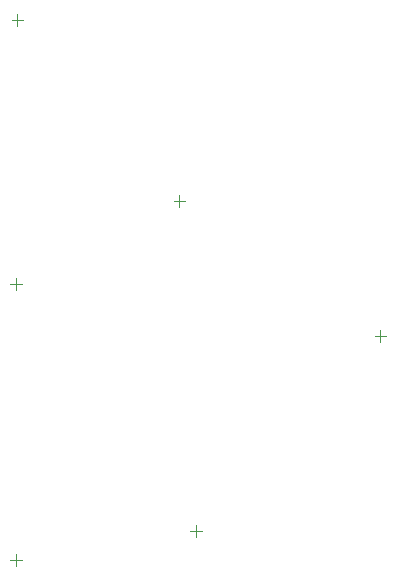
<source format=gbr>
%TF.GenerationSoftware,Altium Limited,Altium Designer,23.3.1 (30)*%
G04 Layer_Color=0*
%FSLAX26Y26*%
%MOIN*%
%TF.SameCoordinates,8F501EFE-F143-482A-9327-88418F9FCBED*%
%TF.FilePolarity,Positive*%
%TF.FileFunction,Other,Top_Component_Center*%
%TF.Part,Single*%
G01*
G75*
%TA.AperFunction,NonConductor*%
%ADD58C,0.003937*%
D58*
X2670315Y1575000D02*
X2709685D01*
X2690000Y1555315D02*
Y1594685D01*
X2000315Y2024803D02*
X2039685D01*
X2020000Y2005118D02*
Y2044488D01*
X1480000Y2610512D02*
Y2649882D01*
X1460315Y2630197D02*
X1499685D01*
X1455315Y830197D02*
X1494685D01*
X1475000Y810512D02*
Y849882D01*
X1455315Y1750197D02*
X1494685D01*
X1475000Y1730512D02*
Y1769882D01*
X2075000Y905118D02*
Y944488D01*
X2055315Y924803D02*
X2094685D01*
%TF.MD5,79aae77e8de55498faa3db6f11d87d25*%
M02*

</source>
